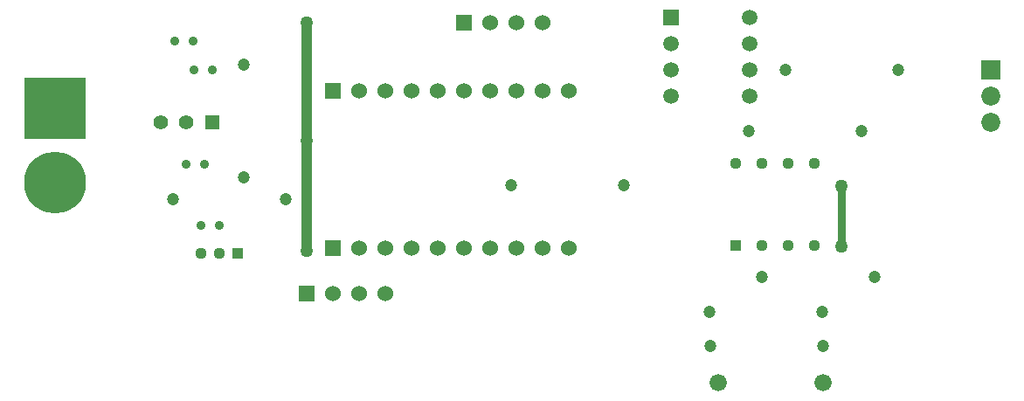
<source format=gtl>
G04*
G04 #@! TF.GenerationSoftware,Altium Limited,Altium Designer,24.9.1 (31)*
G04*
G04 Layer_Physical_Order=1*
G04 Layer_Color=255*
%FSLAX44Y44*%
%MOMM*%
G71*
G04*
G04 #@! TF.SameCoordinates,570542E3-00E4-430B-A899-0EB25D94C372*
G04*
G04*
G04 #@! TF.FilePolarity,Positive*
G04*
G01*
G75*
%ADD35C,1.0000*%
%ADD36C,0.8000*%
%ADD37C,6.0000*%
%ADD38R,6.0000X6.0000*%
%ADD39C,1.5240*%
%ADD40R,1.5240X1.5240*%
%ADD41R,1.8450X1.8450*%
%ADD42C,1.8450*%
%ADD43C,1.5000*%
%ADD44R,1.5000X1.5000*%
%ADD45R,1.1300X1.1300*%
%ADD46C,1.1300*%
%ADD47C,0.9000*%
%ADD48C,1.2000*%
%ADD49R,1.5240X1.5240*%
%ADD50C,1.4000*%
%ADD51R,1.4000X1.4000*%
%ADD52R,1.1200X1.1200*%
%ADD53C,1.1200*%
%ADD54C,1.6764*%
%ADD55C,1.2700*%
D35*
X650240Y618490D02*
Y839470D01*
D36*
X1168400Y622300D02*
Y680720D01*
D37*
X406400Y684090D02*
D03*
D38*
Y756090D02*
D03*
D39*
X878840Y621030D02*
D03*
X904240D02*
D03*
Y773430D02*
D03*
X878840D02*
D03*
X701040Y621030D02*
D03*
X726440D02*
D03*
X751840D02*
D03*
X777240D02*
D03*
X802640D02*
D03*
X828040D02*
D03*
X853440D02*
D03*
Y773430D02*
D03*
X828040D02*
D03*
X802640D02*
D03*
X777240D02*
D03*
X751840D02*
D03*
X726440D02*
D03*
X701040D02*
D03*
X726440Y576580D02*
D03*
X675640D02*
D03*
X701040D02*
D03*
X878840Y839470D02*
D03*
X828040D02*
D03*
X853440D02*
D03*
D40*
X675640Y621030D02*
D03*
Y773430D02*
D03*
D41*
X1312700Y793750D02*
D03*
D42*
Y768350D02*
D03*
Y742950D02*
D03*
D43*
X1079500Y844550D02*
D03*
Y819150D02*
D03*
Y793750D02*
D03*
Y768350D02*
D03*
X1003300D02*
D03*
Y793750D02*
D03*
Y819150D02*
D03*
D44*
Y844550D02*
D03*
D45*
X1065530Y623240D02*
D03*
D46*
X1090930D02*
D03*
X1116330D02*
D03*
X1141730D02*
D03*
Y702640D02*
D03*
X1116330D02*
D03*
X1090930D02*
D03*
X1065530D02*
D03*
D47*
X565150Y642620D02*
D03*
X547370D02*
D03*
X551180Y702310D02*
D03*
X533400D02*
D03*
X558800Y793750D02*
D03*
X541020D02*
D03*
X521970Y821690D02*
D03*
X539750D02*
D03*
D48*
X1090930Y593090D02*
D03*
X1200150D02*
D03*
X1041400Y525780D02*
D03*
X1150620D02*
D03*
X1149350Y558800D02*
D03*
X1040130D02*
D03*
X589280Y798830D02*
D03*
Y689610D02*
D03*
X629920Y668020D02*
D03*
X520700D02*
D03*
X848360Y681498D02*
D03*
X957580D02*
D03*
X1113790Y793750D02*
D03*
X1223010D02*
D03*
X1187450Y734060D02*
D03*
X1078230D02*
D03*
D49*
X650240Y576580D02*
D03*
X802640Y839470D02*
D03*
D50*
X508400Y742950D02*
D03*
X533400D02*
D03*
D51*
X558400D02*
D03*
D52*
X582930Y615950D02*
D03*
D53*
X565150D02*
D03*
X547370D02*
D03*
D54*
X1049020Y490220D02*
D03*
X1150620D02*
D03*
D55*
X650240Y839470D02*
D03*
X1168400Y680720D02*
D03*
Y622300D02*
D03*
X650240Y618490D02*
D03*
Y725170D02*
D03*
M02*

</source>
